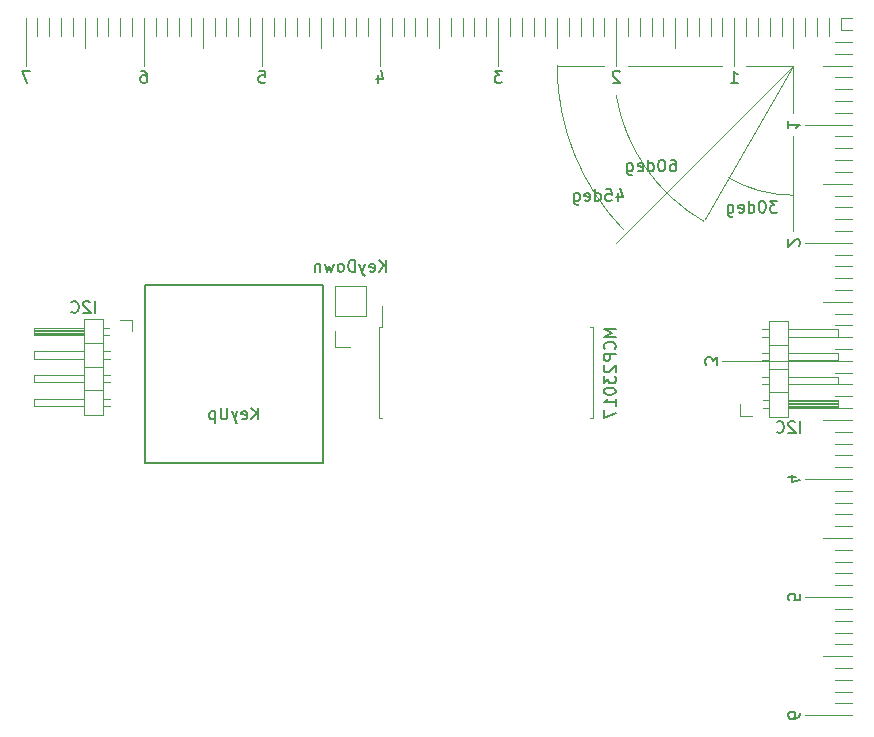
<source format=gbo>
G04 #@! TF.GenerationSoftware,KiCad,Pcbnew,(5.1.8)-1*
G04 #@! TF.CreationDate,2021-12-03T11:16:53+09:00*
G04 #@! TF.ProjectId,windsynth,77696e64-7379-46e7-9468-2e6b69636164,rev?*
G04 #@! TF.SameCoordinates,Original*
G04 #@! TF.FileFunction,Legend,Bot*
G04 #@! TF.FilePolarity,Positive*
%FSLAX46Y46*%
G04 Gerber Fmt 4.6, Leading zero omitted, Abs format (unit mm)*
G04 Created by KiCad (PCBNEW (5.1.8)-1) date 2021-12-03 11:16:53*
%MOMM*%
%LPD*%
G01*
G04 APERTURE LIST*
%ADD10C,0.150000*%
%ADD11C,0.120000*%
G04 APERTURE END LIST*
D10*
X190142857Y-79952380D02*
X189523809Y-79952380D01*
X189857142Y-80333333D01*
X189714285Y-80333333D01*
X189619047Y-80380952D01*
X189571428Y-80428571D01*
X189523809Y-80523809D01*
X189523809Y-80761904D01*
X189571428Y-80857142D01*
X189619047Y-80904761D01*
X189714285Y-80952380D01*
X190000000Y-80952380D01*
X190095238Y-80904761D01*
X190142857Y-80857142D01*
X188904761Y-79952380D02*
X188809523Y-79952380D01*
X188714285Y-80000000D01*
X188666666Y-80047619D01*
X188619047Y-80142857D01*
X188571428Y-80333333D01*
X188571428Y-80571428D01*
X188619047Y-80761904D01*
X188666666Y-80857142D01*
X188714285Y-80904761D01*
X188809523Y-80952380D01*
X188904761Y-80952380D01*
X189000000Y-80904761D01*
X189047619Y-80857142D01*
X189095238Y-80761904D01*
X189142857Y-80571428D01*
X189142857Y-80333333D01*
X189095238Y-80142857D01*
X189047619Y-80047619D01*
X189000000Y-80000000D01*
X188904761Y-79952380D01*
X187714285Y-80952380D02*
X187714285Y-79952380D01*
X187714285Y-80904761D02*
X187809523Y-80952380D01*
X188000000Y-80952380D01*
X188095238Y-80904761D01*
X188142857Y-80857142D01*
X188190476Y-80761904D01*
X188190476Y-80476190D01*
X188142857Y-80380952D01*
X188095238Y-80333333D01*
X188000000Y-80285714D01*
X187809523Y-80285714D01*
X187714285Y-80333333D01*
X186857142Y-80904761D02*
X186952380Y-80952380D01*
X187142857Y-80952380D01*
X187238095Y-80904761D01*
X187285714Y-80809523D01*
X187285714Y-80428571D01*
X187238095Y-80333333D01*
X187142857Y-80285714D01*
X186952380Y-80285714D01*
X186857142Y-80333333D01*
X186809523Y-80428571D01*
X186809523Y-80523809D01*
X187285714Y-80619047D01*
X185952380Y-80285714D02*
X185952380Y-81095238D01*
X186000000Y-81190476D01*
X186047619Y-81238095D01*
X186142857Y-81285714D01*
X186285714Y-81285714D01*
X186380952Y-81238095D01*
X185952380Y-80904761D02*
X186047619Y-80952380D01*
X186238095Y-80952380D01*
X186333333Y-80904761D01*
X186380952Y-80857142D01*
X186428571Y-80761904D01*
X186428571Y-80476190D01*
X186380952Y-80380952D01*
X186333333Y-80333333D01*
X186238095Y-80285714D01*
X186047619Y-80285714D01*
X185952380Y-80333333D01*
X181119047Y-76452380D02*
X181309523Y-76452380D01*
X181404761Y-76500000D01*
X181452380Y-76547619D01*
X181547619Y-76690476D01*
X181595238Y-76880952D01*
X181595238Y-77261904D01*
X181547619Y-77357142D01*
X181500000Y-77404761D01*
X181404761Y-77452380D01*
X181214285Y-77452380D01*
X181119047Y-77404761D01*
X181071428Y-77357142D01*
X181023809Y-77261904D01*
X181023809Y-77023809D01*
X181071428Y-76928571D01*
X181119047Y-76880952D01*
X181214285Y-76833333D01*
X181404761Y-76833333D01*
X181500000Y-76880952D01*
X181547619Y-76928571D01*
X181595238Y-77023809D01*
X180404761Y-76452380D02*
X180309523Y-76452380D01*
X180214285Y-76500000D01*
X180166666Y-76547619D01*
X180119047Y-76642857D01*
X180071428Y-76833333D01*
X180071428Y-77071428D01*
X180119047Y-77261904D01*
X180166666Y-77357142D01*
X180214285Y-77404761D01*
X180309523Y-77452380D01*
X180404761Y-77452380D01*
X180500000Y-77404761D01*
X180547619Y-77357142D01*
X180595238Y-77261904D01*
X180642857Y-77071428D01*
X180642857Y-76833333D01*
X180595238Y-76642857D01*
X180547619Y-76547619D01*
X180500000Y-76500000D01*
X180404761Y-76452380D01*
X179214285Y-77452380D02*
X179214285Y-76452380D01*
X179214285Y-77404761D02*
X179309523Y-77452380D01*
X179500000Y-77452380D01*
X179595238Y-77404761D01*
X179642857Y-77357142D01*
X179690476Y-77261904D01*
X179690476Y-76976190D01*
X179642857Y-76880952D01*
X179595238Y-76833333D01*
X179500000Y-76785714D01*
X179309523Y-76785714D01*
X179214285Y-76833333D01*
X178357142Y-77404761D02*
X178452380Y-77452380D01*
X178642857Y-77452380D01*
X178738095Y-77404761D01*
X178785714Y-77309523D01*
X178785714Y-76928571D01*
X178738095Y-76833333D01*
X178642857Y-76785714D01*
X178452380Y-76785714D01*
X178357142Y-76833333D01*
X178309523Y-76928571D01*
X178309523Y-77023809D01*
X178785714Y-77119047D01*
X177452380Y-76785714D02*
X177452380Y-77595238D01*
X177500000Y-77690476D01*
X177547619Y-77738095D01*
X177642857Y-77785714D01*
X177785714Y-77785714D01*
X177880952Y-77738095D01*
X177452380Y-77404761D02*
X177547619Y-77452380D01*
X177738095Y-77452380D01*
X177833333Y-77404761D01*
X177880952Y-77357142D01*
X177928571Y-77261904D01*
X177928571Y-76976190D01*
X177880952Y-76880952D01*
X177833333Y-76833333D01*
X177738095Y-76785714D01*
X177547619Y-76785714D01*
X177452380Y-76833333D01*
X176619047Y-79285714D02*
X176619047Y-79952380D01*
X176857142Y-78904761D02*
X177095238Y-79619047D01*
X176476190Y-79619047D01*
X175619047Y-78952380D02*
X176095238Y-78952380D01*
X176142857Y-79428571D01*
X176095238Y-79380952D01*
X176000000Y-79333333D01*
X175761904Y-79333333D01*
X175666666Y-79380952D01*
X175619047Y-79428571D01*
X175571428Y-79523809D01*
X175571428Y-79761904D01*
X175619047Y-79857142D01*
X175666666Y-79904761D01*
X175761904Y-79952380D01*
X176000000Y-79952380D01*
X176095238Y-79904761D01*
X176142857Y-79857142D01*
X174714285Y-79952380D02*
X174714285Y-78952380D01*
X174714285Y-79904761D02*
X174809523Y-79952380D01*
X175000000Y-79952380D01*
X175095238Y-79904761D01*
X175142857Y-79857142D01*
X175190476Y-79761904D01*
X175190476Y-79476190D01*
X175142857Y-79380952D01*
X175095238Y-79333333D01*
X175000000Y-79285714D01*
X174809523Y-79285714D01*
X174714285Y-79333333D01*
X173857142Y-79904761D02*
X173952380Y-79952380D01*
X174142857Y-79952380D01*
X174238095Y-79904761D01*
X174285714Y-79809523D01*
X174285714Y-79428571D01*
X174238095Y-79333333D01*
X174142857Y-79285714D01*
X173952380Y-79285714D01*
X173857142Y-79333333D01*
X173809523Y-79428571D01*
X173809523Y-79523809D01*
X174285714Y-79619047D01*
X172952380Y-79285714D02*
X172952380Y-80095238D01*
X173000000Y-80190476D01*
X173047619Y-80238095D01*
X173142857Y-80285714D01*
X173285714Y-80285714D01*
X173380952Y-80238095D01*
X172952380Y-79904761D02*
X173047619Y-79952380D01*
X173238095Y-79952380D01*
X173333333Y-79904761D01*
X173380952Y-79857142D01*
X173428571Y-79761904D01*
X173428571Y-79476190D01*
X173380952Y-79380952D01*
X173333333Y-79333333D01*
X173238095Y-79285714D01*
X173047619Y-79285714D01*
X172952380Y-79333333D01*
D11*
X191500000Y-79477248D02*
G75*
G02*
X186000001Y-77999999I0J10977248D01*
G01*
X191500000Y-82500000D02*
X191500000Y-74500000D01*
X191500000Y-68500000D02*
X191500000Y-72500000D01*
X177111971Y-82391890D02*
G75*
G02*
X171500000Y-68500000I14388029J13891890D01*
G01*
X184000000Y-81500000D02*
X191500000Y-68500000D01*
X183900770Y-81672004D02*
G75*
G02*
X176500000Y-71000000I7599230J13172004D01*
G01*
X177500000Y-68500000D02*
X185500000Y-68500000D01*
X171500000Y-68500000D02*
X175500000Y-68500000D01*
X191500000Y-68500000D02*
X187500000Y-68500000D01*
X176500000Y-83500000D02*
X191500000Y-68500000D01*
D10*
X192047619Y-123309523D02*
X192047619Y-123500000D01*
X192000000Y-123595238D01*
X191952380Y-123642857D01*
X191809523Y-123738095D01*
X191619047Y-123785714D01*
X191238095Y-123785714D01*
X191142857Y-123738095D01*
X191095238Y-123690476D01*
X191047619Y-123595238D01*
X191047619Y-123404761D01*
X191095238Y-123309523D01*
X191142857Y-123261904D01*
X191238095Y-123214285D01*
X191476190Y-123214285D01*
X191571428Y-123261904D01*
X191619047Y-123309523D01*
X191666666Y-123404761D01*
X191666666Y-123595238D01*
X191619047Y-123690476D01*
X191571428Y-123738095D01*
X191476190Y-123785714D01*
D11*
X192500000Y-123500000D02*
X196500000Y-123500000D01*
X195000000Y-120500000D02*
X196500000Y-120500000D01*
X195000000Y-117500000D02*
X196500000Y-117500000D01*
X195000000Y-114500000D02*
X196500000Y-114500000D01*
X194000000Y-118500000D02*
X196500000Y-118500000D01*
X195000000Y-115500000D02*
X196500000Y-115500000D01*
X195000000Y-116500000D02*
X196500000Y-116500000D01*
X195000000Y-119500000D02*
X196500000Y-119500000D01*
X195000000Y-121500000D02*
X196500000Y-121500000D01*
X195000000Y-122500000D02*
X196500000Y-122500000D01*
D10*
X192047619Y-113261904D02*
X192047619Y-113738095D01*
X191571428Y-113785714D01*
X191619047Y-113738095D01*
X191666666Y-113642857D01*
X191666666Y-113404761D01*
X191619047Y-113309523D01*
X191571428Y-113261904D01*
X191476190Y-113214285D01*
X191238095Y-113214285D01*
X191142857Y-113261904D01*
X191095238Y-113309523D01*
X191047619Y-113404761D01*
X191047619Y-113642857D01*
X191095238Y-113738095D01*
X191142857Y-113785714D01*
D11*
X195000000Y-106500000D02*
X196500000Y-106500000D01*
X195000000Y-111500000D02*
X196500000Y-111500000D01*
X195000000Y-109500000D02*
X196500000Y-109500000D01*
X195000000Y-112500000D02*
X196500000Y-112500000D01*
X195000000Y-105500000D02*
X196500000Y-105500000D01*
X192500000Y-113500000D02*
X196500000Y-113500000D01*
X195000000Y-110500000D02*
X196500000Y-110500000D01*
X195000000Y-104500000D02*
X196500000Y-104500000D01*
X195000000Y-107500000D02*
X196500000Y-107500000D01*
X194000000Y-108500000D02*
X196500000Y-108500000D01*
D10*
X191714285Y-103309523D02*
X191047619Y-103309523D01*
X192095238Y-103547619D02*
X191380952Y-103785714D01*
X191380952Y-103166666D01*
D11*
X195000000Y-99500000D02*
X196500000Y-99500000D01*
X192500000Y-103500000D02*
X196500000Y-103500000D01*
X195000000Y-96500000D02*
X196500000Y-96500000D01*
X195000000Y-95500000D02*
X196500000Y-95500000D01*
X195000000Y-100500000D02*
X196500000Y-100500000D01*
X195000000Y-97500000D02*
X196500000Y-97500000D01*
X195000000Y-102500000D02*
X196500000Y-102500000D01*
X195000000Y-101500000D02*
X196500000Y-101500000D01*
X194000000Y-98500000D02*
X196500000Y-98500000D01*
X195000000Y-94500000D02*
X196500000Y-94500000D01*
D10*
X185047619Y-93833333D02*
X185047619Y-93214285D01*
X184666666Y-93547619D01*
X184666666Y-93404761D01*
X184619047Y-93309523D01*
X184571428Y-93261904D01*
X184476190Y-93214285D01*
X184238095Y-93214285D01*
X184142857Y-93261904D01*
X184095238Y-93309523D01*
X184047619Y-93404761D01*
X184047619Y-93690476D01*
X184095238Y-93785714D01*
X184142857Y-93833333D01*
D11*
X195000000Y-89500000D02*
X196500000Y-89500000D01*
X185500000Y-93500000D02*
X196500000Y-93500000D01*
X194000000Y-88500000D02*
X196500000Y-88500000D01*
X195000000Y-84500000D02*
X196500000Y-84500000D01*
X195000000Y-91500000D02*
X196500000Y-91500000D01*
X195000000Y-86500000D02*
X196500000Y-86500000D01*
X195000000Y-85500000D02*
X196500000Y-85500000D01*
X195000000Y-87500000D02*
X196500000Y-87500000D01*
X195000000Y-90500000D02*
X196500000Y-90500000D01*
X195000000Y-92500000D02*
X196500000Y-92500000D01*
D10*
X191952380Y-83785714D02*
X192000000Y-83738095D01*
X192047619Y-83642857D01*
X192047619Y-83404761D01*
X192000000Y-83309523D01*
X191952380Y-83261904D01*
X191857142Y-83214285D01*
X191761904Y-83214285D01*
X191619047Y-83261904D01*
X191047619Y-83833333D01*
X191047619Y-83214285D01*
D11*
X195000000Y-76500000D02*
X196500000Y-76500000D01*
X194000000Y-78500000D02*
X196500000Y-78500000D01*
X195000000Y-74500000D02*
X196500000Y-74500000D01*
X195000000Y-75500000D02*
X196500000Y-75500000D01*
X195000000Y-82500000D02*
X196500000Y-82500000D01*
X195000000Y-80500000D02*
X196500000Y-80500000D01*
X195000000Y-77500000D02*
X196500000Y-77500000D01*
X195000000Y-81500000D02*
X196500000Y-81500000D01*
X195000000Y-79500000D02*
X196500000Y-79500000D01*
X192500000Y-83500000D02*
X196500000Y-83500000D01*
D10*
X191047619Y-73214285D02*
X191047619Y-73785714D01*
X191047619Y-73500000D02*
X192047619Y-73500000D01*
X191904761Y-73595238D01*
X191809523Y-73690476D01*
X191761904Y-73785714D01*
D11*
X195000000Y-66500000D02*
X196500000Y-66500000D01*
X194000000Y-68500000D02*
X196500000Y-68500000D01*
X195500000Y-64500000D02*
X196500000Y-64500000D01*
X195500000Y-65500000D02*
X196500000Y-65500000D01*
X195000000Y-72500000D02*
X196500000Y-72500000D01*
X195000000Y-70500000D02*
X196500000Y-70500000D01*
X195000000Y-67500000D02*
X196500000Y-67500000D01*
X195000000Y-71500000D02*
X196500000Y-71500000D01*
X195000000Y-69500000D02*
X196500000Y-69500000D01*
X192500000Y-73500000D02*
X196500000Y-73500000D01*
D10*
X126833333Y-68952380D02*
X126166666Y-68952380D01*
X126595238Y-69952380D01*
X136309523Y-68952380D02*
X136500000Y-68952380D01*
X136595238Y-69000000D01*
X136642857Y-69047619D01*
X136738095Y-69190476D01*
X136785714Y-69380952D01*
X136785714Y-69761904D01*
X136738095Y-69857142D01*
X136690476Y-69904761D01*
X136595238Y-69952380D01*
X136404761Y-69952380D01*
X136309523Y-69904761D01*
X136261904Y-69857142D01*
X136214285Y-69761904D01*
X136214285Y-69523809D01*
X136261904Y-69428571D01*
X136309523Y-69380952D01*
X136404761Y-69333333D01*
X136595238Y-69333333D01*
X136690476Y-69380952D01*
X136738095Y-69428571D01*
X136785714Y-69523809D01*
X146261904Y-68952380D02*
X146738095Y-68952380D01*
X146785714Y-69428571D01*
X146738095Y-69380952D01*
X146642857Y-69333333D01*
X146404761Y-69333333D01*
X146309523Y-69380952D01*
X146261904Y-69428571D01*
X146214285Y-69523809D01*
X146214285Y-69761904D01*
X146261904Y-69857142D01*
X146309523Y-69904761D01*
X146404761Y-69952380D01*
X146642857Y-69952380D01*
X146738095Y-69904761D01*
X146785714Y-69857142D01*
X156309523Y-69285714D02*
X156309523Y-69952380D01*
X156547619Y-68904761D02*
X156785714Y-69619047D01*
X156166666Y-69619047D01*
X166833333Y-68952380D02*
X166214285Y-68952380D01*
X166547619Y-69333333D01*
X166404761Y-69333333D01*
X166309523Y-69380952D01*
X166261904Y-69428571D01*
X166214285Y-69523809D01*
X166214285Y-69761904D01*
X166261904Y-69857142D01*
X166309523Y-69904761D01*
X166404761Y-69952380D01*
X166690476Y-69952380D01*
X166785714Y-69904761D01*
X166833333Y-69857142D01*
X176785714Y-69047619D02*
X176738095Y-69000000D01*
X176642857Y-68952380D01*
X176404761Y-68952380D01*
X176309523Y-69000000D01*
X176261904Y-69047619D01*
X176214285Y-69142857D01*
X176214285Y-69238095D01*
X176261904Y-69380952D01*
X176833333Y-69952380D01*
X176214285Y-69952380D01*
X186214285Y-69952380D02*
X186785714Y-69952380D01*
X186500000Y-69952380D02*
X186500000Y-68952380D01*
X186595238Y-69095238D01*
X186690476Y-69190476D01*
X186785714Y-69238095D01*
D11*
X128500000Y-66000000D02*
X128500000Y-64500000D01*
X129500000Y-66000000D02*
X129500000Y-64500000D01*
X127500000Y-66000000D02*
X127500000Y-64500000D01*
X130500000Y-66000000D02*
X130500000Y-64500000D01*
X132500000Y-66000000D02*
X132500000Y-64500000D01*
X135500000Y-66000000D02*
X135500000Y-64500000D01*
X133500000Y-66000000D02*
X133500000Y-64500000D01*
X134500000Y-66000000D02*
X134500000Y-64500000D01*
X137500000Y-66000000D02*
X137500000Y-64500000D01*
X139500000Y-66000000D02*
X139500000Y-64500000D01*
X140500000Y-66000000D02*
X140500000Y-64500000D01*
X138500000Y-66000000D02*
X138500000Y-64500000D01*
X144500000Y-66000000D02*
X144500000Y-64500000D01*
X145500000Y-66000000D02*
X145500000Y-64500000D01*
X142500000Y-66000000D02*
X142500000Y-64500000D01*
X143500000Y-66000000D02*
X143500000Y-64500000D01*
X150500000Y-66000000D02*
X150500000Y-64500000D01*
X148500000Y-66000000D02*
X148500000Y-64500000D01*
X149500000Y-66000000D02*
X149500000Y-64500000D01*
X147500000Y-66000000D02*
X147500000Y-64500000D01*
X154500000Y-66000000D02*
X154500000Y-64500000D01*
X155500000Y-66000000D02*
X155500000Y-64500000D01*
X153500000Y-66000000D02*
X153500000Y-64500000D01*
X152500000Y-66000000D02*
X152500000Y-64500000D01*
X158500000Y-66000000D02*
X158500000Y-64500000D01*
X157500000Y-66000000D02*
X157500000Y-64500000D01*
X159500000Y-66000000D02*
X159500000Y-64500000D01*
X160500000Y-66000000D02*
X160500000Y-64500000D01*
X165500000Y-66000000D02*
X165500000Y-64500000D01*
X162500000Y-66000000D02*
X162500000Y-64500000D01*
X163500000Y-66000000D02*
X163500000Y-64500000D01*
X164500000Y-66000000D02*
X164500000Y-64500000D01*
X168500000Y-66000000D02*
X168500000Y-64500000D01*
X167500000Y-66000000D02*
X167500000Y-64500000D01*
X170500000Y-66000000D02*
X170500000Y-64500000D01*
X169500000Y-66000000D02*
X169500000Y-64500000D01*
X172500000Y-66000000D02*
X172500000Y-64500000D01*
X173500000Y-66000000D02*
X173500000Y-64500000D01*
X174500000Y-66000000D02*
X174500000Y-64500000D01*
X175500000Y-66000000D02*
X175500000Y-64500000D01*
X177500000Y-66000000D02*
X177500000Y-64500000D01*
X178500000Y-66000000D02*
X178500000Y-64500000D01*
X179500000Y-66000000D02*
X179500000Y-64500000D01*
X180500000Y-66000000D02*
X180500000Y-64500000D01*
X182500000Y-66000000D02*
X182500000Y-64500000D01*
X183500000Y-66000000D02*
X183500000Y-64500000D01*
X184500000Y-66000000D02*
X184500000Y-64500000D01*
X185500000Y-66000000D02*
X185500000Y-64500000D01*
X187500000Y-66000000D02*
X187500000Y-64500000D01*
X188500000Y-66000000D02*
X188500000Y-64500000D01*
X189500000Y-66000000D02*
X189500000Y-64500000D01*
X190500000Y-66000000D02*
X190500000Y-64500000D01*
X195500000Y-65500000D02*
X195500000Y-64500000D01*
X194500000Y-66000000D02*
X194500000Y-64500000D01*
X193500000Y-66000000D02*
X193500000Y-64500000D01*
X192500000Y-66000000D02*
X192500000Y-64500000D01*
X191500000Y-67000000D02*
X191500000Y-64500000D01*
X181500000Y-67000000D02*
X181500000Y-64500000D01*
X171500000Y-67000000D02*
X171500000Y-64500000D01*
X161500000Y-67000000D02*
X161500000Y-64500000D01*
X151500000Y-67000000D02*
X151500000Y-64500000D01*
X141500000Y-67000000D02*
X141500000Y-64500000D01*
X131500000Y-67000000D02*
X131500000Y-64500000D01*
X126500000Y-68500000D02*
X126500000Y-64500000D01*
X186500000Y-68500000D02*
X186500000Y-64500000D01*
X176500000Y-68500000D02*
X176500000Y-64500000D01*
X166500000Y-68500000D02*
X166500000Y-64500000D01*
X156500000Y-68500000D02*
X156500000Y-64500000D01*
X146500000Y-68500000D02*
X146500000Y-64500000D01*
X136500000Y-64500000D02*
X136500000Y-68500000D01*
G04 #@! TO.C,I2C*
X189440000Y-98215000D02*
X189440000Y-90095000D01*
X189440000Y-90095000D02*
X191060000Y-90095000D01*
X191060000Y-90095000D02*
X191060000Y-98215000D01*
X191060000Y-98215000D02*
X189440000Y-98215000D01*
X191060000Y-97465000D02*
X195260000Y-97465000D01*
X195260000Y-97465000D02*
X195260000Y-96845000D01*
X195260000Y-96845000D02*
X191060000Y-96845000D01*
X191060000Y-97405000D02*
X195260000Y-97405000D01*
X191060000Y-97285000D02*
X195260000Y-97285000D01*
X191060000Y-97165000D02*
X195260000Y-97165000D01*
X191060000Y-97045000D02*
X195260000Y-97045000D01*
X191060000Y-96925000D02*
X195260000Y-96925000D01*
X188935000Y-97465000D02*
X189440000Y-97465000D01*
X188935000Y-96845000D02*
X189440000Y-96845000D01*
X189440000Y-96155000D02*
X191060000Y-96155000D01*
X191060000Y-95465000D02*
X195260000Y-95465000D01*
X195260000Y-95465000D02*
X195260000Y-94845000D01*
X195260000Y-94845000D02*
X191060000Y-94845000D01*
X188882114Y-95465000D02*
X189440000Y-95465000D01*
X188882114Y-94845000D02*
X189440000Y-94845000D01*
X189440000Y-94155000D02*
X191060000Y-94155000D01*
X191060000Y-93465000D02*
X195260000Y-93465000D01*
X195260000Y-93465000D02*
X195260000Y-92845000D01*
X195260000Y-92845000D02*
X191060000Y-92845000D01*
X188882114Y-93465000D02*
X189440000Y-93465000D01*
X188882114Y-92845000D02*
X189440000Y-92845000D01*
X189440000Y-92155000D02*
X191060000Y-92155000D01*
X191060000Y-91465000D02*
X195260000Y-91465000D01*
X195260000Y-91465000D02*
X195260000Y-90845000D01*
X195260000Y-90845000D02*
X191060000Y-90845000D01*
X188882114Y-91465000D02*
X189440000Y-91465000D01*
X188882114Y-90845000D02*
X189440000Y-90845000D01*
X187000000Y-97155000D02*
X187000000Y-98155000D01*
X187000000Y-98155000D02*
X188000000Y-98155000D01*
X135500000Y-90000000D02*
X134500000Y-90000000D01*
X135500000Y-91000000D02*
X135500000Y-90000000D01*
X133617886Y-97310000D02*
X133060000Y-97310000D01*
X133617886Y-96690000D02*
X133060000Y-96690000D01*
X127240000Y-97310000D02*
X131440000Y-97310000D01*
X127240000Y-96690000D02*
X127240000Y-97310000D01*
X131440000Y-96690000D02*
X127240000Y-96690000D01*
X133060000Y-96000000D02*
X131440000Y-96000000D01*
X133617886Y-95310000D02*
X133060000Y-95310000D01*
X133617886Y-94690000D02*
X133060000Y-94690000D01*
X127240000Y-95310000D02*
X131440000Y-95310000D01*
X127240000Y-94690000D02*
X127240000Y-95310000D01*
X131440000Y-94690000D02*
X127240000Y-94690000D01*
X133060000Y-94000000D02*
X131440000Y-94000000D01*
X133617886Y-93310000D02*
X133060000Y-93310000D01*
X133617886Y-92690000D02*
X133060000Y-92690000D01*
X127240000Y-93310000D02*
X131440000Y-93310000D01*
X127240000Y-92690000D02*
X127240000Y-93310000D01*
X131440000Y-92690000D02*
X127240000Y-92690000D01*
X133060000Y-92000000D02*
X131440000Y-92000000D01*
X133565000Y-91310000D02*
X133060000Y-91310000D01*
X133565000Y-90690000D02*
X133060000Y-90690000D01*
X131440000Y-91230000D02*
X127240000Y-91230000D01*
X131440000Y-91110000D02*
X127240000Y-91110000D01*
X131440000Y-90990000D02*
X127240000Y-90990000D01*
X131440000Y-90870000D02*
X127240000Y-90870000D01*
X131440000Y-90750000D02*
X127240000Y-90750000D01*
X127240000Y-91310000D02*
X131440000Y-91310000D01*
X127240000Y-90690000D02*
X127240000Y-91310000D01*
X131440000Y-90690000D02*
X127240000Y-90690000D01*
X131440000Y-89940000D02*
X133060000Y-89940000D01*
X131440000Y-98060000D02*
X131440000Y-89940000D01*
X133060000Y-98060000D02*
X131440000Y-98060000D01*
X133060000Y-89940000D02*
X133060000Y-98060000D01*
G04 #@! TO.C,KeyDown*
X152670000Y-87130000D02*
X155330000Y-87130000D01*
X152670000Y-89730000D02*
X152670000Y-87130000D01*
X155330000Y-89730000D02*
X155330000Y-87130000D01*
X152670000Y-89730000D02*
X155330000Y-89730000D01*
X152670000Y-91000000D02*
X152670000Y-92330000D01*
X152670000Y-92330000D02*
X154000000Y-92330000D01*
D10*
G04 #@! TO.C,KeyUp*
X151645000Y-87115000D02*
X136645000Y-87115000D01*
X136645000Y-87115000D02*
X136645000Y-102115000D01*
X136645000Y-102115000D02*
X151645000Y-102115000D01*
X151645000Y-102115000D02*
X151645000Y-87115000D01*
D11*
G04 #@! TO.C,MCP23017*
X156685000Y-90640000D02*
X156685000Y-88825000D01*
X156440000Y-90640000D02*
X156685000Y-90640000D01*
X156440000Y-94500000D02*
X156440000Y-90640000D01*
X156440000Y-98360000D02*
X156685000Y-98360000D01*
X156440000Y-94500000D02*
X156440000Y-98360000D01*
X174560000Y-90640000D02*
X174315000Y-90640000D01*
X174560000Y-94500000D02*
X174560000Y-90640000D01*
X174560000Y-98360000D02*
X174315000Y-98360000D01*
X174560000Y-94500000D02*
X174560000Y-98360000D01*
G04 #@! TO.C,I2C*
D10*
X192076190Y-99607380D02*
X192076190Y-98607380D01*
X191647619Y-98702619D02*
X191600000Y-98655000D01*
X191504761Y-98607380D01*
X191266666Y-98607380D01*
X191171428Y-98655000D01*
X191123809Y-98702619D01*
X191076190Y-98797857D01*
X191076190Y-98893095D01*
X191123809Y-99035952D01*
X191695238Y-99607380D01*
X191076190Y-99607380D01*
X190076190Y-99512142D02*
X190123809Y-99559761D01*
X190266666Y-99607380D01*
X190361904Y-99607380D01*
X190504761Y-99559761D01*
X190600000Y-99464523D01*
X190647619Y-99369285D01*
X190695238Y-99178809D01*
X190695238Y-99035952D01*
X190647619Y-98845476D01*
X190600000Y-98750238D01*
X190504761Y-98655000D01*
X190361904Y-98607380D01*
X190266666Y-98607380D01*
X190123809Y-98655000D01*
X190076190Y-98702619D01*
X132376190Y-89452380D02*
X132376190Y-88452380D01*
X131947619Y-88547619D02*
X131900000Y-88500000D01*
X131804761Y-88452380D01*
X131566666Y-88452380D01*
X131471428Y-88500000D01*
X131423809Y-88547619D01*
X131376190Y-88642857D01*
X131376190Y-88738095D01*
X131423809Y-88880952D01*
X131995238Y-89452380D01*
X131376190Y-89452380D01*
X130376190Y-89357142D02*
X130423809Y-89404761D01*
X130566666Y-89452380D01*
X130661904Y-89452380D01*
X130804761Y-89404761D01*
X130900000Y-89309523D01*
X130947619Y-89214285D01*
X130995238Y-89023809D01*
X130995238Y-88880952D01*
X130947619Y-88690476D01*
X130900000Y-88595238D01*
X130804761Y-88500000D01*
X130661904Y-88452380D01*
X130566666Y-88452380D01*
X130423809Y-88500000D01*
X130376190Y-88547619D01*
G04 #@! TO.C,KeyDown*
X157000000Y-85952380D02*
X157000000Y-84952380D01*
X156428571Y-85952380D02*
X156857142Y-85380952D01*
X156428571Y-84952380D02*
X157000000Y-85523809D01*
X155619047Y-85904761D02*
X155714285Y-85952380D01*
X155904761Y-85952380D01*
X156000000Y-85904761D01*
X156047619Y-85809523D01*
X156047619Y-85428571D01*
X156000000Y-85333333D01*
X155904761Y-85285714D01*
X155714285Y-85285714D01*
X155619047Y-85333333D01*
X155571428Y-85428571D01*
X155571428Y-85523809D01*
X156047619Y-85619047D01*
X155238095Y-85285714D02*
X155000000Y-85952380D01*
X154761904Y-85285714D02*
X155000000Y-85952380D01*
X155095238Y-86190476D01*
X155142857Y-86238095D01*
X155238095Y-86285714D01*
X154380952Y-85952380D02*
X154380952Y-84952380D01*
X154142857Y-84952380D01*
X154000000Y-85000000D01*
X153904761Y-85095238D01*
X153857142Y-85190476D01*
X153809523Y-85380952D01*
X153809523Y-85523809D01*
X153857142Y-85714285D01*
X153904761Y-85809523D01*
X154000000Y-85904761D01*
X154142857Y-85952380D01*
X154380952Y-85952380D01*
X153238095Y-85952380D02*
X153333333Y-85904761D01*
X153380952Y-85857142D01*
X153428571Y-85761904D01*
X153428571Y-85476190D01*
X153380952Y-85380952D01*
X153333333Y-85333333D01*
X153238095Y-85285714D01*
X153095238Y-85285714D01*
X153000000Y-85333333D01*
X152952380Y-85380952D01*
X152904761Y-85476190D01*
X152904761Y-85761904D01*
X152952380Y-85857142D01*
X153000000Y-85904761D01*
X153095238Y-85952380D01*
X153238095Y-85952380D01*
X152571428Y-85285714D02*
X152380952Y-85952380D01*
X152190476Y-85476190D01*
X152000000Y-85952380D01*
X151809523Y-85285714D01*
X151428571Y-85285714D02*
X151428571Y-85952380D01*
X151428571Y-85380952D02*
X151380952Y-85333333D01*
X151285714Y-85285714D01*
X151142857Y-85285714D01*
X151047619Y-85333333D01*
X151000000Y-85428571D01*
X151000000Y-85952380D01*
G04 #@! TO.C,KeyUp*
X146192619Y-98452380D02*
X146192619Y-97452380D01*
X145621190Y-98452380D02*
X146049761Y-97880952D01*
X145621190Y-97452380D02*
X146192619Y-98023809D01*
X144811666Y-98404761D02*
X144906904Y-98452380D01*
X145097380Y-98452380D01*
X145192619Y-98404761D01*
X145240238Y-98309523D01*
X145240238Y-97928571D01*
X145192619Y-97833333D01*
X145097380Y-97785714D01*
X144906904Y-97785714D01*
X144811666Y-97833333D01*
X144764047Y-97928571D01*
X144764047Y-98023809D01*
X145240238Y-98119047D01*
X144430714Y-97785714D02*
X144192619Y-98452380D01*
X143954523Y-97785714D02*
X144192619Y-98452380D01*
X144287857Y-98690476D01*
X144335476Y-98738095D01*
X144430714Y-98785714D01*
X143573571Y-97452380D02*
X143573571Y-98261904D01*
X143525952Y-98357142D01*
X143478333Y-98404761D01*
X143383095Y-98452380D01*
X143192619Y-98452380D01*
X143097380Y-98404761D01*
X143049761Y-98357142D01*
X143002142Y-98261904D01*
X143002142Y-97452380D01*
X142525952Y-97785714D02*
X142525952Y-98785714D01*
X142525952Y-97833333D02*
X142430714Y-97785714D01*
X142240238Y-97785714D01*
X142145000Y-97833333D01*
X142097380Y-97880952D01*
X142049761Y-97976190D01*
X142049761Y-98261904D01*
X142097380Y-98357142D01*
X142145000Y-98404761D01*
X142240238Y-98452380D01*
X142430714Y-98452380D01*
X142525952Y-98404761D01*
G04 #@! TO.C,MCP23017*
X176452380Y-90785714D02*
X175452380Y-90785714D01*
X176166666Y-91119047D01*
X175452380Y-91452380D01*
X176452380Y-91452380D01*
X176357142Y-92500000D02*
X176404761Y-92452380D01*
X176452380Y-92309523D01*
X176452380Y-92214285D01*
X176404761Y-92071428D01*
X176309523Y-91976190D01*
X176214285Y-91928571D01*
X176023809Y-91880952D01*
X175880952Y-91880952D01*
X175690476Y-91928571D01*
X175595238Y-91976190D01*
X175500000Y-92071428D01*
X175452380Y-92214285D01*
X175452380Y-92309523D01*
X175500000Y-92452380D01*
X175547619Y-92500000D01*
X176452380Y-92928571D02*
X175452380Y-92928571D01*
X175452380Y-93309523D01*
X175500000Y-93404761D01*
X175547619Y-93452380D01*
X175642857Y-93500000D01*
X175785714Y-93500000D01*
X175880952Y-93452380D01*
X175928571Y-93404761D01*
X175976190Y-93309523D01*
X175976190Y-92928571D01*
X175547619Y-93880952D02*
X175500000Y-93928571D01*
X175452380Y-94023809D01*
X175452380Y-94261904D01*
X175500000Y-94357142D01*
X175547619Y-94404761D01*
X175642857Y-94452380D01*
X175738095Y-94452380D01*
X175880952Y-94404761D01*
X176452380Y-93833333D01*
X176452380Y-94452380D01*
X175452380Y-94785714D02*
X175452380Y-95404761D01*
X175833333Y-95071428D01*
X175833333Y-95214285D01*
X175880952Y-95309523D01*
X175928571Y-95357142D01*
X176023809Y-95404761D01*
X176261904Y-95404761D01*
X176357142Y-95357142D01*
X176404761Y-95309523D01*
X176452380Y-95214285D01*
X176452380Y-94928571D01*
X176404761Y-94833333D01*
X176357142Y-94785714D01*
X175452380Y-96023809D02*
X175452380Y-96119047D01*
X175500000Y-96214285D01*
X175547619Y-96261904D01*
X175642857Y-96309523D01*
X175833333Y-96357142D01*
X176071428Y-96357142D01*
X176261904Y-96309523D01*
X176357142Y-96261904D01*
X176404761Y-96214285D01*
X176452380Y-96119047D01*
X176452380Y-96023809D01*
X176404761Y-95928571D01*
X176357142Y-95880952D01*
X176261904Y-95833333D01*
X176071428Y-95785714D01*
X175833333Y-95785714D01*
X175642857Y-95833333D01*
X175547619Y-95880952D01*
X175500000Y-95928571D01*
X175452380Y-96023809D01*
X176452380Y-97309523D02*
X176452380Y-96738095D01*
X176452380Y-97023809D02*
X175452380Y-97023809D01*
X175595238Y-96928571D01*
X175690476Y-96833333D01*
X175738095Y-96738095D01*
X175452380Y-97642857D02*
X175452380Y-98309523D01*
X176452380Y-97880952D01*
G04 #@! TD*
M02*

</source>
